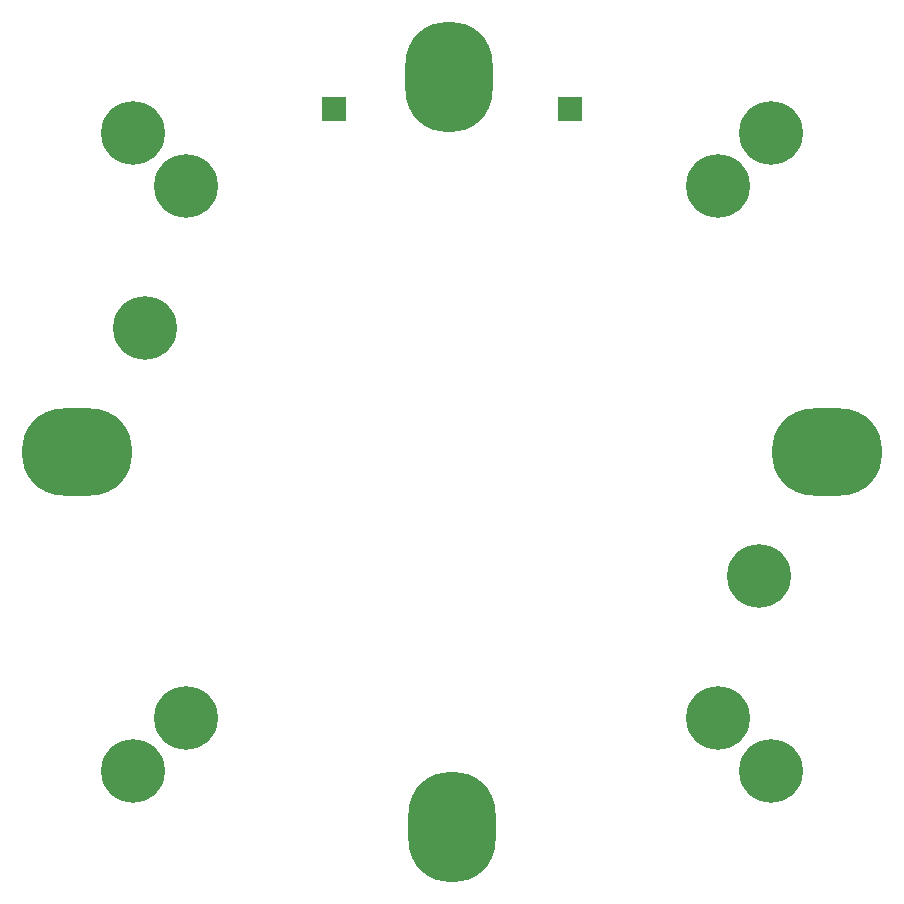
<source format=gbr>
G04 #@! TF.GenerationSoftware,KiCad,Pcbnew,(5.0.0)*
G04 #@! TF.CreationDate,2020-03-30T15:38:54-04:00*
G04 #@! TF.ProjectId,10W White LED,313057205768697465204C45442E6B69,rev?*
G04 #@! TF.SameCoordinates,Original*
G04 #@! TF.FileFunction,Soldermask,Top*
G04 #@! TF.FilePolarity,Negative*
%FSLAX46Y46*%
G04 Gerber Fmt 4.6, Leading zero omitted, Abs format (unit mm)*
G04 Created by KiCad (PCBNEW (5.0.0)) date 03/30/20 15:38:54*
%MOMM*%
%LPD*%
G01*
G04 APERTURE LIST*
%ADD10O,9.400000X7.400000*%
%ADD11O,7.400000X9.400000*%
%ADD12C,5.400000*%
%ADD13R,2.100000X2.100000*%
G04 APERTURE END LIST*
D10*
G04 #@! TO.C,LENSE1*
X181750000Y-100000000D03*
D11*
X149750000Y-68250000D03*
D10*
X118250000Y-100000000D03*
D11*
X150000000Y-131750000D03*
G04 #@! TD*
D12*
G04 #@! TO.C,HEATSINK1*
X172500000Y-122500000D03*
X127500000Y-122500000D03*
X127500000Y-77500000D03*
X172500000Y-77500000D03*
X124000000Y-89500000D03*
X176000000Y-110500000D03*
G04 #@! TD*
G04 #@! TO.C,MNT1*
X123000000Y-73000000D03*
G04 #@! TD*
G04 #@! TO.C,MNT2*
X177000000Y-73000000D03*
G04 #@! TD*
G04 #@! TO.C,MNT3*
X177000000Y-127000000D03*
G04 #@! TD*
G04 #@! TO.C,MNT4*
X123000000Y-127000000D03*
G04 #@! TD*
D13*
G04 #@! TO.C,NEG1*
X160000000Y-71000000D03*
G04 #@! TD*
G04 #@! TO.C,POS1*
X140000000Y-71000000D03*
G04 #@! TD*
M02*

</source>
